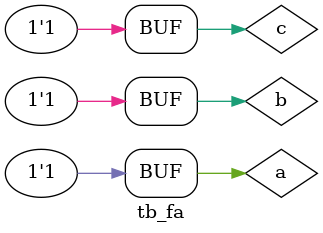
<source format=v>
`timescale 1ns / 1ps


module tb_fa( );
    wire sum, carry_out; 
    reg a, b, c; 
    FA uut(.x(a), .y(b), .ci(c), .s_fa(sum), .cout_fa(carry_out)); 
    initial 
    begin 
    a = 1'b0; b = 1'b0; c = 1'b0;
    #10;
    a = 1'b0; b = 1'b0; c = 1'b1;
    #10;
    a = 1'b0; b = 1'b1; c = 1'b0;
    #10;
    a = 1'b0; b = 1'b1; c = 1'b1;
    #10;
    a = 1'b1; b = 1'b0; c = 1'b0;
    #10;
    a = 1'b1; b = 1'b0; c = 1'b1;
    #10;
    a = 1'b1; b = 1'b1; c = 1'b0;
    #10; 
    a = 1'b1; b = 1'b1; c = 1'b1;
    end
endmodule

</source>
